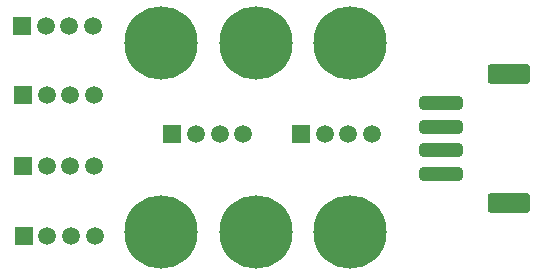
<source format=gbr>
G04*
G04 #@! TF.GenerationSoftware,Altium Limited,Altium Designer,23.0.1 (38)*
G04*
G04 Layer_Color=8388736*
%FSLAX25Y25*%
%MOIN*%
G70*
G04*
G04 #@! TF.SameCoordinates,383C52D0-4EDD-4C0E-AA1A-A67FCF8BFF30*
G04*
G04*
G04 #@! TF.FilePolarity,Negative*
G04*
G01*
G75*
G04:AMPARAMS|DCode=16|XSize=47.37mil|YSize=145.8mil|CornerRadius=13.84mil|HoleSize=0mil|Usage=FLASHONLY|Rotation=270.000|XOffset=0mil|YOffset=0mil|HoleType=Round|Shape=RoundedRectangle|*
%AMROUNDEDRECTD16*
21,1,0.04737,0.11811,0,0,270.0*
21,1,0.01968,0.14580,0,0,270.0*
1,1,0.02769,-0.05906,-0.00984*
1,1,0.02769,-0.05906,0.00984*
1,1,0.02769,0.05906,0.00984*
1,1,0.02769,0.05906,-0.00984*
%
%ADD16ROUNDEDRECTD16*%
G04:AMPARAMS|DCode=17|XSize=67.06mil|YSize=141.86mil|CornerRadius=11.38mil|HoleSize=0mil|Usage=FLASHONLY|Rotation=270.000|XOffset=0mil|YOffset=0mil|HoleType=Round|Shape=RoundedRectangle|*
%AMROUNDEDRECTD17*
21,1,0.06706,0.11909,0,0,270.0*
21,1,0.04429,0.14186,0,0,270.0*
1,1,0.02276,-0.05955,-0.02215*
1,1,0.02276,-0.05955,0.02215*
1,1,0.02276,0.05955,0.02215*
1,1,0.02276,0.05955,-0.02215*
%
%ADD17ROUNDEDRECTD17*%
%ADD18R,0.05950X0.05950*%
%ADD19C,0.05950*%
%ADD20C,0.24422*%
D16*
X416339Y177362D02*
D03*
Y169488D02*
D03*
Y161614D02*
D03*
Y153740D02*
D03*
D17*
X438976Y187008D02*
D03*
Y144095D02*
D03*
D18*
X369685Y166929D02*
D03*
X326752Y166937D02*
D03*
X276626Y202937D02*
D03*
X277004Y179937D02*
D03*
Y156437D02*
D03*
X277252Y132937D02*
D03*
D19*
X377559Y166929D02*
D03*
X385433D02*
D03*
X393307D02*
D03*
X350374Y166937D02*
D03*
X342500D02*
D03*
X334626D02*
D03*
X300248Y202937D02*
D03*
X292374D02*
D03*
X284500D02*
D03*
X284878Y179937D02*
D03*
X292752D02*
D03*
X300626D02*
D03*
X284878Y156437D02*
D03*
X292752D02*
D03*
X300626D02*
D03*
X300874Y132937D02*
D03*
X293000D02*
D03*
X285126D02*
D03*
D20*
X354563Y197437D02*
D03*
X386059D02*
D03*
X323067D02*
D03*
Y134445D02*
D03*
X354563D02*
D03*
X386059D02*
D03*
M02*

</source>
